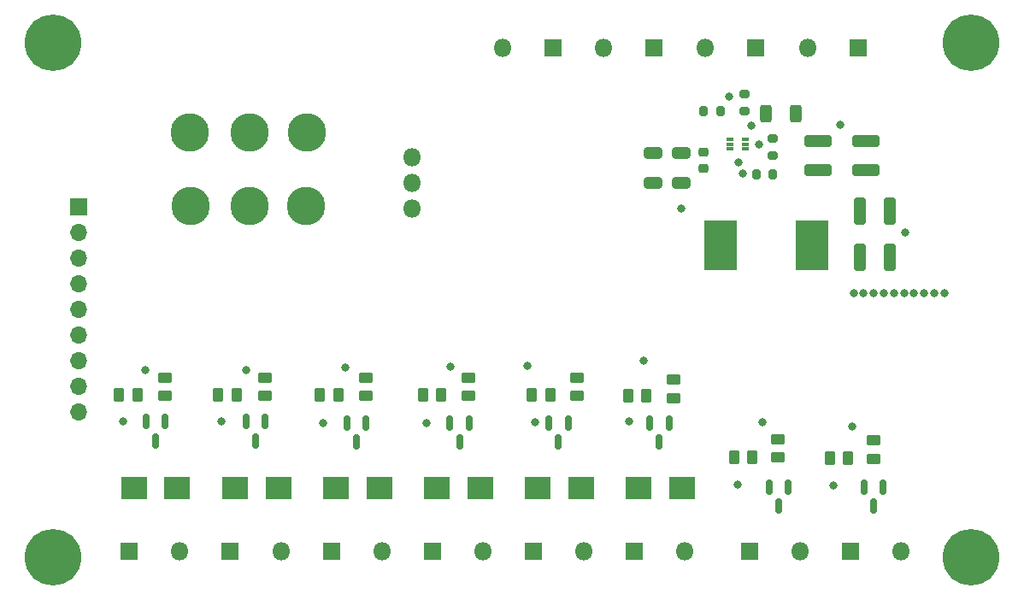
<source format=gbr>
%TF.GenerationSoftware,KiCad,Pcbnew,(6.0.5)*%
%TF.CreationDate,2022-10-19T12:43:17-05:00*%
%TF.ProjectId,powerPCB,706f7765-7250-4434-922e-6b696361645f,rev?*%
%TF.SameCoordinates,Original*%
%TF.FileFunction,Soldermask,Top*%
%TF.FilePolarity,Negative*%
%FSLAX46Y46*%
G04 Gerber Fmt 4.6, Leading zero omitted, Abs format (unit mm)*
G04 Created by KiCad (PCBNEW (6.0.5)) date 2022-10-19 12:43:17*
%MOMM*%
%LPD*%
G01*
G04 APERTURE LIST*
G04 Aperture macros list*
%AMRoundRect*
0 Rectangle with rounded corners*
0 $1 Rounding radius*
0 $2 $3 $4 $5 $6 $7 $8 $9 X,Y pos of 4 corners*
0 Add a 4 corners polygon primitive as box body*
4,1,4,$2,$3,$4,$5,$6,$7,$8,$9,$2,$3,0*
0 Add four circle primitives for the rounded corners*
1,1,$1+$1,$2,$3*
1,1,$1+$1,$4,$5*
1,1,$1+$1,$6,$7*
1,1,$1+$1,$8,$9*
0 Add four rect primitives between the rounded corners*
20,1,$1+$1,$2,$3,$4,$5,0*
20,1,$1+$1,$4,$5,$6,$7,0*
20,1,$1+$1,$6,$7,$8,$9,0*
20,1,$1+$1,$8,$9,$2,$3,0*%
G04 Aperture macros list end*
%ADD10RoundRect,0.150000X-0.150000X0.587500X-0.150000X-0.587500X0.150000X-0.587500X0.150000X0.587500X0*%
%ADD11RoundRect,0.200000X-0.200000X-0.275000X0.200000X-0.275000X0.200000X0.275000X-0.200000X0.275000X0*%
%ADD12C,5.600000*%
%ADD13RoundRect,0.250000X-0.262500X-0.450000X0.262500X-0.450000X0.262500X0.450000X-0.262500X0.450000X0*%
%ADD14C,3.800000*%
%ADD15RoundRect,0.250000X1.100000X-0.325000X1.100000X0.325000X-1.100000X0.325000X-1.100000X-0.325000X0*%
%ADD16R,2.500000X2.300000*%
%ADD17R,1.800000X1.800000*%
%ADD18O,1.800000X1.800000*%
%ADD19RoundRect,0.200000X-0.275000X0.200000X-0.275000X-0.200000X0.275000X-0.200000X0.275000X0.200000X0*%
%ADD20RoundRect,0.200000X0.275000X-0.200000X0.275000X0.200000X-0.275000X0.200000X-0.275000X-0.200000X0*%
%ADD21RoundRect,0.250000X-0.650000X0.325000X-0.650000X-0.325000X0.650000X-0.325000X0.650000X0.325000X0*%
%ADD22RoundRect,0.250000X-0.450000X0.262500X-0.450000X-0.262500X0.450000X-0.262500X0.450000X0.262500X0*%
%ADD23RoundRect,0.225000X-0.250000X0.225000X-0.250000X-0.225000X0.250000X-0.225000X0.250000X0.225000X0*%
%ADD24R,1.700000X1.700000*%
%ADD25O,1.700000X1.700000*%
%ADD26R,0.700000X0.340000*%
%ADD27RoundRect,0.250000X-0.325000X-1.100000X0.325000X-1.100000X0.325000X1.100000X-0.325000X1.100000X0*%
%ADD28RoundRect,0.250000X-0.312500X-0.625000X0.312500X-0.625000X0.312500X0.625000X-0.312500X0.625000X0*%
%ADD29R,3.175000X4.950000*%
%ADD30C,0.800000*%
G04 APERTURE END LIST*
D10*
%TO.C,Q2*%
X105950000Y-86562500D03*
X104050000Y-86562500D03*
X105000000Y-88437500D03*
%TD*%
D11*
%TO.C,R1*%
X151055000Y-55750000D03*
X149405000Y-55750000D03*
%TD*%
D12*
%TO.C,H9*%
X84900000Y-49000000D03*
%TD*%
D13*
%TO.C,R13*%
X111387500Y-83900000D03*
X113212500Y-83900000D03*
%TD*%
D14*
%TO.C,H5*%
X110100000Y-57900000D03*
%TD*%
D15*
%TO.C,C5*%
X165460000Y-58715000D03*
X165460000Y-61665000D03*
%TD*%
D16*
%TO.C,D4*%
X127250000Y-93100000D03*
X122950000Y-93100000D03*
%TD*%
D17*
%TO.C,J10*%
X122500000Y-99400000D03*
D18*
X127500000Y-99400000D03*
%TD*%
D10*
%TO.C,Q8*%
X145950000Y-86662500D03*
X144050000Y-86662500D03*
X145000000Y-88537500D03*
%TD*%
D18*
%TO.C,J3*%
X149500000Y-49500000D03*
D17*
X154500000Y-49500000D03*
%TD*%
D10*
%TO.C,Q6*%
X126150000Y-86662500D03*
X124250000Y-86662500D03*
X125200000Y-88537500D03*
%TD*%
D19*
%TO.C,R3*%
X153430000Y-55775000D03*
X153430000Y-54125000D03*
%TD*%
D17*
%TO.C,J7*%
X153900000Y-99400000D03*
D18*
X158900000Y-99400000D03*
%TD*%
D17*
%TO.C,J1*%
X92500000Y-99400000D03*
D18*
X97500000Y-99400000D03*
%TD*%
D20*
%TO.C,R2*%
X156230000Y-58525000D03*
X156230000Y-60175000D03*
%TD*%
D13*
%TO.C,R9*%
X101287500Y-83900000D03*
X103112500Y-83900000D03*
%TD*%
D21*
%TO.C,C2*%
X147130000Y-62925000D03*
X147130000Y-59975000D03*
%TD*%
D22*
%TO.C,R20*%
X146400000Y-82387500D03*
X146400000Y-84212500D03*
%TD*%
D13*
%TO.C,R15*%
X161887500Y-90200000D03*
X163712500Y-90200000D03*
%TD*%
D22*
%TO.C,R12*%
X115900000Y-82187500D03*
X115900000Y-84012500D03*
%TD*%
%TO.C,R8*%
X105900000Y-82187500D03*
X105900000Y-84012500D03*
%TD*%
D16*
%TO.C,D1*%
X97250000Y-93100000D03*
X92950000Y-93100000D03*
%TD*%
D14*
%TO.C,H6*%
X104400000Y-57900000D03*
%TD*%
D12*
%TO.C,H10*%
X175900000Y-100000000D03*
%TD*%
D18*
%TO.C,J4*%
X159700000Y-49500000D03*
D17*
X164700000Y-49500000D03*
%TD*%
D15*
%TO.C,C4*%
X160670000Y-58715000D03*
X160670000Y-61665000D03*
%TD*%
D16*
%TO.C,D2*%
X107250000Y-93100000D03*
X102950000Y-93100000D03*
%TD*%
D10*
%TO.C,Q5*%
X167150000Y-93062500D03*
X165250000Y-93062500D03*
X166200000Y-94937500D03*
%TD*%
D16*
%TO.C,D3*%
X117250000Y-93100000D03*
X112950000Y-93100000D03*
%TD*%
D13*
%TO.C,R19*%
X132387500Y-83900000D03*
X134212500Y-83900000D03*
%TD*%
D14*
%TO.C,H2*%
X98600000Y-65200000D03*
%TD*%
D23*
%TO.C,C3*%
X149330000Y-61425000D03*
X149330000Y-59875000D03*
%TD*%
D17*
%TO.C,J6*%
X102500000Y-99400000D03*
D18*
X107500000Y-99400000D03*
%TD*%
D17*
%TO.C,J9*%
X163900000Y-99400000D03*
D18*
X168900000Y-99400000D03*
%TD*%
D13*
%TO.C,R21*%
X141887500Y-84000000D03*
X143712500Y-84000000D03*
%TD*%
D17*
%TO.C,J13*%
X142500000Y-99390000D03*
D18*
X147500000Y-99390000D03*
%TD*%
D22*
%TO.C,R16*%
X126100000Y-82187500D03*
X126100000Y-84012500D03*
%TD*%
%TO.C,R18*%
X136800000Y-82187500D03*
X136800000Y-84012500D03*
%TD*%
D17*
%TO.C,J11*%
X132500000Y-99400000D03*
D18*
X137500000Y-99400000D03*
%TD*%
D14*
%TO.C,H3*%
X110000000Y-65200000D03*
%TD*%
D22*
%TO.C,R10*%
X156700000Y-88287500D03*
X156700000Y-90112500D03*
%TD*%
D10*
%TO.C,Q4*%
X115950000Y-86662500D03*
X114050000Y-86662500D03*
X115000000Y-88537500D03*
%TD*%
D24*
%TO.C,J5*%
X87450000Y-65250000D03*
D25*
X87450000Y-67790000D03*
X87450000Y-70330000D03*
X87450000Y-72870000D03*
X87450000Y-75410000D03*
X87450000Y-77950000D03*
X87450000Y-80490000D03*
X87450000Y-83030000D03*
X87450000Y-85570000D03*
%TD*%
D13*
%TO.C,R11*%
X152387500Y-90100000D03*
X154212500Y-90100000D03*
%TD*%
D10*
%TO.C,Q3*%
X157750000Y-93062500D03*
X155850000Y-93062500D03*
X156800000Y-94937500D03*
%TD*%
D16*
%TO.C,D5*%
X137250000Y-93100000D03*
X132950000Y-93100000D03*
%TD*%
D12*
%TO.C,H8*%
X84900000Y-100000000D03*
%TD*%
D13*
%TO.C,R17*%
X121587500Y-83900000D03*
X123412500Y-83900000D03*
%TD*%
D14*
%TO.C,H1*%
X104400000Y-65200000D03*
%TD*%
D13*
%TO.C,R7*%
X91487500Y-83900000D03*
X93312500Y-83900000D03*
%TD*%
D18*
%TO.C,SW1*%
X120500000Y-65440000D03*
X120500000Y-62900000D03*
X120500000Y-60360000D03*
%TD*%
D12*
%TO.C,H7*%
X175900000Y-49000000D03*
%TD*%
D21*
%TO.C,C1*%
X144330000Y-62925000D03*
X144330000Y-59975000D03*
%TD*%
D22*
%TO.C,R14*%
X166200000Y-88387500D03*
X166200000Y-90212500D03*
%TD*%
D26*
%TO.C,U1*%
X153480000Y-58550000D03*
X153480000Y-59050000D03*
X153480000Y-59550000D03*
X151980000Y-59550000D03*
X151980000Y-59050000D03*
X151980000Y-58550000D03*
%TD*%
D27*
%TO.C,C6*%
X167805000Y-65730000D03*
X164855000Y-65730000D03*
%TD*%
D28*
%TO.C,R5*%
X158492500Y-56050000D03*
X155567500Y-56050000D03*
%TD*%
D14*
%TO.C,H4*%
X98500000Y-57900000D03*
%TD*%
D10*
%TO.C,Q1*%
X96050000Y-86562500D03*
X94150000Y-86562500D03*
X95100000Y-88437500D03*
%TD*%
D16*
%TO.C,D6*%
X147250000Y-93100000D03*
X142950000Y-93100000D03*
%TD*%
D17*
%TO.C,J8*%
X112500000Y-99400000D03*
D18*
X117500000Y-99400000D03*
%TD*%
D22*
%TO.C,R6*%
X96000000Y-82187500D03*
X96000000Y-84012500D03*
%TD*%
D29*
%TO.C,LIHLP4040DZER2R2M1*%
X160095000Y-69107500D03*
X151080000Y-69107500D03*
%TD*%
D27*
%TO.C,C7*%
X167805000Y-70250000D03*
X164855000Y-70250000D03*
%TD*%
D18*
%TO.C,J2*%
X139472500Y-49487500D03*
D17*
X144472500Y-49487500D03*
%TD*%
D18*
%TO.C,J12*%
X129482500Y-49497500D03*
D17*
X134482500Y-49497500D03*
%TD*%
D10*
%TO.C,Q7*%
X135950000Y-86662500D03*
X134050000Y-86662500D03*
X135000000Y-88537500D03*
%TD*%
D11*
%TO.C,R4*%
X156255000Y-62050000D03*
X154605000Y-62050000D03*
%TD*%
D30*
X151880000Y-54360000D03*
X121912500Y-86700000D03*
X101600000Y-86500000D03*
X153220000Y-61940000D03*
X152830000Y-60850000D03*
X91900000Y-86500000D03*
X111712500Y-86700000D03*
X142000000Y-86500000D03*
X132712500Y-86600000D03*
X147130000Y-65450000D03*
X152712500Y-92800000D03*
X162212500Y-92900000D03*
X162930000Y-57150000D03*
X169330000Y-67850000D03*
X166230000Y-73850000D03*
X170230000Y-73850000D03*
X171230000Y-73850000D03*
X168230000Y-73850000D03*
X169230000Y-73850000D03*
X173230000Y-73850000D03*
X172230000Y-73850000D03*
X167230000Y-73850000D03*
X165230000Y-73850000D03*
X164230000Y-73850000D03*
X154828999Y-59075263D03*
X154100000Y-57210000D03*
X94100000Y-81400000D03*
X104100000Y-81400000D03*
X113900000Y-81200000D03*
X124300000Y-81100000D03*
X131900000Y-81000000D03*
X155200000Y-86600000D03*
X164100000Y-87000000D03*
X143400000Y-80500000D03*
M02*

</source>
